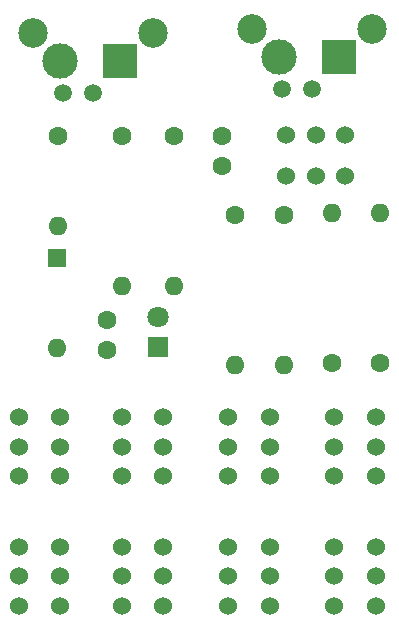
<source format=gbr>
%TF.GenerationSoftware,KiCad,Pcbnew,(6.0.11)*%
%TF.CreationDate,2023-04-02T23:34:25-05:00*%
%TF.ProjectId,TMatchPCB,544d6174-6368-4504-9342-2e6b69636164,rev?*%
%TF.SameCoordinates,Original*%
%TF.FileFunction,Soldermask,Top*%
%TF.FilePolarity,Negative*%
%FSLAX46Y46*%
G04 Gerber Fmt 4.6, Leading zero omitted, Abs format (unit mm)*
G04 Created by KiCad (PCBNEW (6.0.11)) date 2023-04-02 23:34:25*
%MOMM*%
%LPD*%
G01*
G04 APERTURE LIST*
%ADD10C,1.524000*%
%ADD11C,1.500000*%
%ADD12C,3.000000*%
%ADD13R,3.000000X3.000000*%
%ADD14C,2.500000*%
%ADD15O,1.600000X1.600000*%
%ADD16C,1.600000*%
%ADD17R,1.800000X1.800000*%
%ADD18C,1.800000*%
%ADD19R,1.600000X1.600000*%
G04 APERTURE END LIST*
D10*
%TO.C,SW4*%
X84500000Y-71500000D03*
X84500000Y-69000000D03*
X84500000Y-66500000D03*
X81000000Y-71500000D03*
X81000000Y-69000000D03*
X81000000Y-66500000D03*
%TD*%
%TO.C,SW2*%
X66500000Y-71500000D03*
X66500000Y-69000000D03*
X66500000Y-66500000D03*
X63000000Y-71500000D03*
X63000000Y-69000000D03*
X63000000Y-66500000D03*
%TD*%
%TO.C,SW1*%
X57750000Y-71500000D03*
X57750000Y-69000000D03*
X57750000Y-66500000D03*
X54250000Y-71500000D03*
X54250000Y-69000000D03*
X54250000Y-66500000D03*
%TD*%
%TO.C,SW3*%
X75500000Y-71500000D03*
X75500000Y-69000000D03*
X75500000Y-66500000D03*
X72000000Y-71500000D03*
X72000000Y-69000000D03*
X72000000Y-66500000D03*
%TD*%
D11*
%TO.C,J6*%
X76560000Y-27750000D03*
D12*
X76306000Y-25022000D03*
D13*
X81386000Y-25022000D03*
D11*
X79100000Y-27750000D03*
D14*
X74020000Y-22670000D03*
X84180000Y-22670000D03*
%TD*%
D15*
%TO.C,R7*%
X57570000Y-39320000D03*
D16*
X57570000Y-31700000D03*
%TD*%
D15*
%TO.C,R6*%
X67380000Y-44410000D03*
D16*
X67380000Y-31710000D03*
%TD*%
D15*
%TO.C,R5*%
X63050000Y-44380000D03*
D16*
X63050000Y-31680000D03*
%TD*%
%TO.C,R4*%
X84890000Y-50970000D03*
D15*
X84890000Y-38270000D03*
%TD*%
D16*
%TO.C,R3*%
X76690000Y-38380000D03*
D15*
X76690000Y-51080000D03*
%TD*%
%TO.C,R2*%
X80810000Y-38270000D03*
D16*
X80810000Y-50970000D03*
%TD*%
D15*
%TO.C,R1*%
X72540000Y-51080000D03*
D16*
X72540000Y-38380000D03*
%TD*%
D17*
%TO.C,D2*%
X66070000Y-49600000D03*
D18*
X66070000Y-47060000D03*
%TD*%
D19*
%TO.C,D1*%
X57510000Y-42080000D03*
D15*
X57510000Y-49700000D03*
%TD*%
D16*
%TO.C,C2*%
X61740000Y-49810000D03*
X61740000Y-47310000D03*
%TD*%
%TO.C,C1*%
X71520000Y-31720000D03*
X71520000Y-34220000D03*
%TD*%
D10*
%TO.C,SW9*%
X76900000Y-35090000D03*
X79400000Y-35090000D03*
X81900000Y-35090000D03*
X76900000Y-31590000D03*
X79400000Y-31590000D03*
X81900000Y-31590000D03*
%TD*%
D11*
%TO.C,J3*%
X58010000Y-28080000D03*
D12*
X57756000Y-25352000D03*
D13*
X62836000Y-25352000D03*
D11*
X60550000Y-28080000D03*
D14*
X55470000Y-23000000D03*
X65630000Y-23000000D03*
%TD*%
D10*
%TO.C,SW8*%
X84500000Y-60500000D03*
X84500000Y-58000000D03*
X84500000Y-55500000D03*
X81000000Y-60500000D03*
X81000000Y-58000000D03*
X81000000Y-55500000D03*
%TD*%
%TO.C,SW7*%
X75500000Y-60500000D03*
X75500000Y-58000000D03*
X75500000Y-55500000D03*
X72000000Y-60500000D03*
X72000000Y-58000000D03*
X72000000Y-55500000D03*
%TD*%
%TO.C,SW6*%
X66500000Y-60500000D03*
X66500000Y-58000000D03*
X66500000Y-55500000D03*
X63000000Y-60500000D03*
X63000000Y-58000000D03*
X63000000Y-55500000D03*
%TD*%
%TO.C,SW5*%
X54250000Y-55500000D03*
X54250000Y-58000000D03*
X54250000Y-60500000D03*
X57750000Y-55500000D03*
X57750000Y-58000000D03*
X57750000Y-60500000D03*
%TD*%
M02*

</source>
